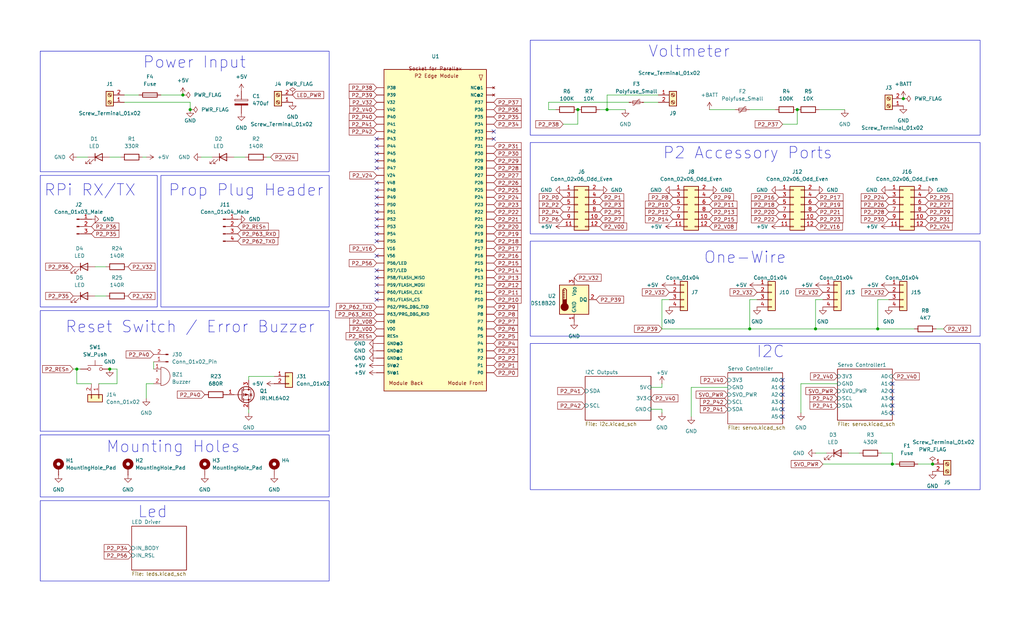
<source format=kicad_sch>
(kicad_sch (version 20231120) (generator "eeschema") (generator_version "8.0")
  (paper "USLegal")
  (title_block (title "P2 Kevinbot Board") (rev "A"))
  (junction (at 200.66 38.1))
  (junction (at 313.69 34.29))
  (junction (at 66.04 38.1))
  (junction (at 38.1 128.27))
  (junction (at 304.8 114.3))
  (junction (at 276.86 38.1))
  (junction (at 63.5 33.02))
  (junction (at 323.85 161.29))
  (junction (at 26.67 128.27))
  (junction (at 309.88 161.29))
  (junction (at 283.21 114.3))
  (junction (at 210.82 38.1))
  (junction (at 260.35 114.3))
  (no_connect (at 309.88 140.97))
  (no_connect (at 271.78 144.78))
  (no_connect (at 309.88 133.35))
  (no_connect (at 130.81 55.88))
  (no_connect (at 130.81 50.8))
  (no_connect (at 130.81 58.42))
  (no_connect (at 130.81 78.74))
  (no_connect (at 130.81 88.9))
  (no_connect (at 130.81 104.14))
  (no_connect (at 130.81 99.06))
  (no_connect (at 130.81 93.98))
  (no_connect (at 130.81 101.6))
  (no_connect (at 130.81 96.52))
  (no_connect (at 130.81 66.04))
  (no_connect (at 271.78 134.62))
  (no_connect (at 309.88 138.43))
  (no_connect (at 271.78 137.16))
  (no_connect (at 271.78 132.08))
  (no_connect (at 130.81 81.28))
  (no_connect (at 130.81 68.58))
  (no_connect (at 130.81 76.2))
  (no_connect (at 171.45 45.72))
  (no_connect (at 309.88 135.89))
  (no_connect (at 130.81 48.26))
  (no_connect (at 130.81 71.12))
  (no_connect (at 271.78 142.24))
  (no_connect (at 130.81 83.82))
  (no_connect (at 171.45 48.26))
  (no_connect (at 130.81 53.34))
  (no_connect (at 130.81 63.5))
  (no_connect (at 309.88 143.51))
  (no_connect (at 271.78 139.7))
  (no_connect (at 130.81 73.66))
  (wire (pts (xy 318.77 161.29) (xy 323.85 161.29)))
  (wire (pts (xy 294.64 157.48) (xy 298.45 157.48)))
  (wire (pts (xy 53.34 133.35) (xy 50.8 133.35)))
  (wire (pts (xy 276.86 43.18) (xy 276.86 38.1)))
  (wire (pts (xy 43.18 33.02) (xy 48.26 33.02)))
  (wire (pts (xy 208.28 38.1) (xy 210.82 38.1)))
  (wire (pts (xy 229.87 104.14) (xy 229.87 114.3)))
  (wire (pts (xy 66.04 35.56) (xy 66.04 38.1)))
  (wire (pts (xy 190.5 38.1) (xy 193.04 38.1)))
  (wire (pts (xy 200.66 43.18) (xy 200.66 38.1)))
  (wire (pts (xy 290.83 133.35) (xy 278.13 133.35)))
  (wire (pts (xy 283.21 114.3) (xy 283.21 104.14)))
  (wire (pts (xy 73.66 54.61) (xy 69.85 54.61)))
  (wire (pts (xy 50.8 54.61) (xy 49.53 54.61)))
  (wire (pts (xy 229.87 142.24) (xy 229.87 143.51)))
  (wire (pts (xy 33.02 102.87) (xy 36.83 102.87)))
  (wire (pts (xy 81.28 54.61) (xy 85.09 54.61)))
  (wire (pts (xy 327.66 114.3) (xy 325.12 114.3)))
  (wire (pts (xy 240.03 134.62) (xy 240.03 144.78)))
  (wire (pts (xy 232.41 104.14) (xy 229.87 104.14)))
  (wire (pts (xy 304.8 114.3) (xy 317.5 114.3)))
  (wire (pts (xy 26.67 133.35) (xy 26.67 128.27)))
  (wire (pts (xy 283.21 114.3) (xy 304.8 114.3)))
  (wire (pts (xy 190.5 35.56) (xy 190.5 38.1)))
  (wire (pts (xy 284.48 38.1) (xy 293.37 38.1)))
  (wire (pts (xy 38.1 54.61) (xy 41.91 54.61)))
  (wire (pts (xy 226.06 134.62) (xy 229.87 134.62)))
  (wire (pts (xy 30.48 54.61) (xy 26.67 54.61)))
  (wire (pts (xy 93.98 54.61) (xy 92.71 54.61)))
  (wire (pts (xy 260.35 114.3) (xy 260.35 104.14)))
  (wire (pts (xy 260.35 38.1) (xy 269.24 38.1)))
  (wire (pts (xy 50.8 133.35) (xy 50.8 138.43)))
  (wire (pts (xy 33.02 92.71) (xy 36.83 92.71)))
  (wire (pts (xy 55.88 33.02) (xy 63.5 33.02)))
  (wire (pts (xy 260.35 104.14) (xy 262.89 104.14)))
  (wire (pts (xy 34.29 133.35) (xy 40.64 133.35)))
  (wire (pts (xy 43.18 35.56) (xy 66.04 35.56)))
  (wire (pts (xy 283.21 104.14) (xy 285.75 104.14)))
  (wire (pts (xy 228.6 35.56) (xy 223.52 35.56)))
  (wire (pts (xy 218.44 35.56) (xy 190.5 35.56)))
  (wire (pts (xy 229.87 114.3) (xy 260.35 114.3)))
  (wire (pts (xy 278.13 133.35) (xy 278.13 143.51)))
  (wire (pts (xy 86.36 130.81) (xy 95.25 130.81)))
  (wire (pts (xy 285.75 161.29) (xy 309.88 161.29)))
  (wire (pts (xy 226.06 142.24) (xy 229.87 142.24)))
  (wire (pts (xy 31.75 133.35) (xy 26.67 133.35)))
  (wire (pts (xy 246.38 38.1) (xy 255.27 38.1)))
  (wire (pts (xy 210.82 38.1) (xy 217.17 38.1)))
  (wire (pts (xy 40.64 133.35) (xy 40.64 128.27)))
  (wire (pts (xy 304.8 104.14) (xy 308.61 104.14)))
  (wire (pts (xy 252.73 134.62) (xy 240.03 134.62)))
  (wire (pts (xy 260.35 114.3) (xy 283.21 114.3)))
  (wire (pts (xy 309.88 161.29) (xy 311.15 161.29)))
  (wire (pts (xy 86.36 132.08) (xy 86.36 130.81)))
  (wire (pts (xy 229.87 133.35) (xy 229.87 134.62)))
  (wire (pts (xy 25.4 128.27) (xy 26.67 128.27)))
  (wire (pts (xy 195.58 43.18) (xy 200.66 43.18)))
  (wire (pts (xy 309.88 157.48) (xy 309.88 161.29)))
  (wire (pts (xy 210.82 33.02) (xy 228.6 33.02)))
  (wire (pts (xy 304.8 114.3) (xy 304.8 104.14)))
  (wire (pts (xy 86.36 143.51) (xy 86.36 142.24)))
  (wire (pts (xy 287.02 157.48) (xy 283.21 157.48)))
  (wire (pts (xy 53.34 125.73) (xy 53.34 128.27)))
  (wire (pts (xy 210.82 33.02) (xy 210.82 38.1)))
  (wire (pts (xy 40.64 128.27) (xy 38.1 128.27)))
  (wire (pts (xy 271.78 43.18) (xy 276.86 43.18)))
  (wire (pts (xy 26.67 128.27) (xy 27.94 128.27)))
  (wire (pts (xy 306.07 157.48) (xy 309.88 157.48)))
  (rectangle (start 13.97 17.78) (end 114.3 59.69))
  (rectangle (start 13.97 107.95) (end 114.3 149.86))
  (rectangle (start 13.97 173.99) (end 114.3 201.93))
  (rectangle (start 184.15 49.53) (end 340.36 81.28))
  (rectangle (start 55.88 60.96) (end 114.3 106.68))
  (rectangle (start 13.97 60.96) (end 54.61 106.68))
  (rectangle (start 13.97 151.13) (end 114.3 172.72))
  (rectangle (start 184.15 13.97) (end 340.36 46.99))
  (rectangle (start 184.15 119.38) (end 340.36 170.18))
  (rectangle (start 184.15 83.82) (end 340.36 116.84))
  (text "Prop Plug Header" (at 58.42 68.58 0) (effects (font (size 4 4)) (justify left bottom)))
  (text "Led" (at 47.752 180.34 0) (effects (font (size 4 4)) (justify left bottom)))
  (text "Power Input" (at 49.53 24.13 0) (effects (font (size 4 4)) (justify left bottom)))
  (text "Voltmeter" (at 225.044 20.32 0) (effects (font (size 4 4)) (justify left bottom)))
  (text "Reset Switch / Error Buzzer" (at 22.606 116.078 0) (effects (font (size 4 4)) (justify left bottom)))
  (text "I2C" (at 262.636 124.714 0) (effects (font (size 4 4)) (justify left bottom)))
  (text "P2 Accessory Ports" (at 230.124 55.626 0) (effects (font (size 4 4)) (justify left bottom)))
  (text "RPi RX/TX" (at 15.24 68.58 0) (effects (font (size 4 4)) (justify left bottom)))
  (text "One-Wire" (at 244.348 91.948 0) (effects (font (size 4 4)) (justify left bottom)))
  (text "Mounting Holes" (at 36.83 157.734 0) (effects (font (size 4 4)) (justify left bottom)))
  (global_label "P2_V08" (shape input) (at 130.81 111.76 180) (property "Intersheetrefs" "${INTERSHEET_REFS}" (effects (hide yes))))
  (global_label "P2_P35" (shape input) (at 171.45 40.64 0) (property "Intersheetrefs" "${INTERSHEET_REFS}" (effects (hide yes))))
  (global_label "P2_P17" (shape input) (at 171.45 86.36 0) (property "Intersheetrefs" "${INTERSHEET_REFS}" (effects (hide yes))))
  (global_label "P2_P14" (shape input) (at 171.45 93.98 0) (property "Intersheetrefs" "${INTERSHEET_REFS}" (effects (hide yes))))
  (global_label "P2_P1" (shape input) (at 171.45 127 0) (property "Intersheetrefs" "${INTERSHEET_REFS}" (effects (hide yes))))
  (global_label "P2_P35" (shape input) (at 25.4 102.87 180) (property "Intersheetrefs" "${INTERSHEET_REFS}" (effects (hide yes))))
  (global_label "P2_V08" (shape input) (at 246.38 78.74 0) (property "Intersheetrefs" "${INTERSHEET_REFS}" (effects (hide yes))))
  (global_label "P2_P2" (shape input) (at 171.45 124.46 0) (property "Intersheetrefs" "${INTERSHEET_REFS}" (effects (hide yes))))
  (global_label "P2_P11" (shape input) (at 171.45 101.6 0) (property "Intersheetrefs" "${INTERSHEET_REFS}" (effects (hide yes))))
  (global_label "P2_P9" (shape input) (at 171.45 106.68 0) (property "Intersheetrefs" "${INTERSHEET_REFS}" (effects (hide yes))))
  (global_label "P2_P38" (shape input) (at 195.58 43.18 180) (property "Intersheetrefs" "${INTERSHEET_REFS}" (effects (hide yes))))
  (global_label "P2_P10" (shape input) (at 171.45 104.14 0) (property "Intersheetrefs" "${INTERSHEET_REFS}" (effects (hide yes))))
  (global_label "P2_P39" (shape input) (at 229.87 114.3 180) (property "Intersheetrefs" "${INTERSHEET_REFS}" (effects (hide yes))))
  (global_label "P2_P23" (shape input) (at 171.45 71.12 0) (property "Intersheetrefs" "${INTERSHEET_REFS}" (effects (hide yes))))
  (global_label "P2_P14" (shape input) (at 233.68 76.2 180) (property "Intersheetrefs" "${INTERSHEET_REFS}" (effects (hide yes))))
  (global_label "SVO_PWR" (shape input) (at 285.75 161.29 180) (property "Intersheetrefs" "${INTERSHEET_REFS}" (effects (hide yes))))
  (global_label "P2_P36" (shape input) (at 171.45 38.1 0) (property "Intersheetrefs" "${INTERSHEET_REFS}" (effects (hide yes))))
  (global_label "P2_V16" (shape input) (at 130.81 86.36 180) (property "Intersheetrefs" "${INTERSHEET_REFS}" (effects (hide yes))))
  (global_label "P2_P36" (shape input) (at 25.4 92.71 180) (property "Intersheetrefs" "${INTERSHEET_REFS}" (effects (hide yes))))
  (global_label "P2_P31" (shape input) (at 171.45 50.8 0) (property "Intersheetrefs" "${INTERSHEET_REFS}" (effects (hide yes))))
  (global_label "P2_P62_TXD" (shape input) (at 130.81 106.68 180) (property "Intersheetrefs" "${INTERSHEET_REFS}" (effects (hide yes))))
  (global_label "P2_P37" (shape input) (at 271.78 43.18 180) (property "Intersheetrefs" "${INTERSHEET_REFS}" (effects (hide yes))))
  (global_label "P2_P30" (shape input) (at 308.61 76.2 180) (property "Intersheetrefs" "${INTERSHEET_REFS}" (effects (hide yes))))
  (global_label "P2_P37" (shape input) (at 171.45 35.56 0) (property "Intersheetrefs" "${INTERSHEET_REFS}" (effects (hide yes))))
  (global_label "P2_V32" (shape input) (at 308.61 101.6 180) (property "Intersheetrefs" "${INTERSHEET_REFS}" (effects (hide yes))))
  (global_label "P2_V32" (shape input) (at 130.81 35.56 180) (property "Intersheetrefs" "${INTERSHEET_REFS}" (effects (hide yes))))
  (global_label "P2_P39" (shape input) (at 207.01 104.14 0) (property "Intersheetrefs" "${INTERSHEET_REFS}" (effects (hide yes))))
  (global_label "P2_P35" (shape input) (at 31.75 81.28 0) (property "Intersheetrefs" "${INTERSHEET_REFS}" (effects (hide yes))))
  (global_label "P2_P38" (shape input) (at 130.81 30.48 180) (property "Intersheetrefs" "${INTERSHEET_REFS}" (effects (hide yes))))
  (global_label "P2_P26" (shape input) (at 308.61 71.12 180) (property "Intersheetrefs" "${INTERSHEET_REFS}" (effects (hide yes))))
  (global_label "P2_P19" (shape input) (at 283.21 71.12 0) (property "Intersheetrefs" "${INTERSHEET_REFS}" (effects (hide yes))))
  (global_label "P2_P15" (shape input) (at 246.38 76.2 0) (property "Intersheetrefs" "${INTERSHEET_REFS}" (effects (hide yes))))
  (global_label "P2_P40" (shape input) (at 71.12 137.16 180) (property "Intersheetrefs" "${INTERSHEET_REFS}" (effects (hide yes))))
  (global_label "P2_V40" (shape input) (at 130.81 38.1 180) (property "Intersheetrefs" "${INTERSHEET_REFS}" (effects (hide yes))))
  (global_label "P2_P0" (shape input) (at 195.58 68.58 180) (property "Intersheetrefs" "${INTERSHEET_REFS}" (effects (hide yes))))
  (global_label "P2_V32" (shape input) (at 262.89 101.6 180) (property "Intersheetrefs" "${INTERSHEET_REFS}" (effects (hide yes))))
  (global_label "P2_P21" (shape input) (at 171.45 76.2 0) (property "Intersheetrefs" "${INTERSHEET_REFS}" (effects (hide yes))))
  (global_label "P2_V32" (shape input) (at 199.39 96.52 0) (property "Intersheetrefs" "${INTERSHEET_REFS}" (effects (hide yes))))
  (global_label "P2_V32" (shape input) (at 44.45 92.71 0) (property "Intersheetrefs" "${INTERSHEET_REFS}" (effects (hide yes))))
  (global_label "P2_V24" (shape input) (at 93.98 54.61 0) (property "Intersheetrefs" "${INTERSHEET_REFS}" (effects (hide yes))))
  (global_label "P2_P36" (shape input) (at 31.75 78.74 0) (property "Intersheetrefs" "${INTERSHEET_REFS}" (effects (hide yes))))
  (global_label "P2_V24" (shape input) (at 130.81 60.96 180) (property "Intersheetrefs" "${INTERSHEET_REFS}" (effects (hide yes))))
  (global_label "P2_P13" (shape input) (at 171.45 96.52 0) (property "Intersheetrefs" "${INTERSHEET_REFS}" (effects (hide yes))))
  (global_label "P2_P4" (shape input) (at 195.58 73.66 180) (property "Intersheetrefs" "${INTERSHEET_REFS}" (effects (hide yes))))
  (global_label "P2_P5" (shape input) (at 208.28 73.66 0) (property "Intersheetrefs" "${INTERSHEET_REFS}" (effects (hide yes))))
  (global_label "P2_V32" (shape input) (at 232.41 101.6 180) (property "Intersheetrefs" "${INTERSHEET_REFS}" (effects (hide yes))))
  (global_label "P2_P23" (shape input) (at 283.21 76.2 0) (property "Intersheetrefs" "${INTERSHEET_REFS}" (effects (hide yes))))
  (global_label "P2_P17" (shape input) (at 283.21 68.58 0) (property "Intersheetrefs" "${INTERSHEET_REFS}" (effects (hide yes))))
  (global_label "P2_P7" (shape input) (at 171.45 111.76 0) (property "Intersheetrefs" "${INTERSHEET_REFS}" (effects (hide yes))))
  (global_label "P2_P42" (shape input) (at 203.2 140.97 180) (property "Intersheetrefs" "${INTERSHEET_REFS}" (effects (hide yes))))
  (global_label "P2_P4" (shape input) (at 171.45 119.38 0) (property "Intersheetrefs" "${INTERSHEET_REFS}" (effects (hide yes))))
  (global_label "P2_P63_RXD" (shape input) (at 130.81 109.22 180) (property "Intersheetrefs" "${INTERSHEET_REFS}" (effects (hide yes))))
  (global_label "P2_RESn" (shape input) (at 130.81 116.84 180) (property "Intersheetrefs" "${INTERSHEET_REFS}" (effects (hide yes))))
  (global_label "P2_P16" (shape input) (at 270.51 68.58 180) (property "Intersheetrefs" "${INTERSHEET_REFS}" (effects (hide yes))))
  (global_label "P2_P16" (shape input) (at 171.45 88.9 0) (property "Intersheetrefs" "${INTERSHEET_REFS}" (effects (hide yes))))
  (global_label "P2_P3" (shape input) (at 171.45 121.92 0) (property "Intersheetrefs" "${INTERSHEET_REFS}" (effects (hide yes))))
  (global_label "P2_P27" (shape input) (at 321.31 71.12 0) (property "Intersheetrefs" "${INTERSHEET_REFS}" (effects (hide yes))))
  (global_label "P2_P25" (shape input) (at 171.45 66.04 0) (property "Intersheetrefs" "${INTERSHEET_REFS}" (effects (hide yes))))
  (global_label "P2_V40" (shape input) (at 290.83 130.81 180) (property "Intersheetrefs" "${INTERSHEET_REFS}" (effects (hide yes))))
  (global_label "P2_P11" (shape input) (at 246.38 71.12 0) (property "Intersheetrefs" "${INTERSHEET_REFS}" (effects (hide yes))))
  (global_label "P2_P41" (shape input) (at 130.81 43.18 180) (property "Intersheetrefs" "${INTERSHEET_REFS}" (effects (hide yes))))
  (global_label "P2_P21" (shape input) (at 283.21 73.66 0) (property "Intersheetrefs" "${INTERSHEET_REFS}" (effects (hide yes))))
  (global_label "P2_P26" (shape input) (at 171.45 63.5 0) (property "Intersheetrefs" "${INTERSHEET_REFS}" (effects (hide yes))))
  (global_label "P2_P28" (shape input) (at 171.45 58.42 0) (property "Intersheetrefs" "${INTERSHEET_REFS}" (effects (hide yes))))
  (global_label "P2_P41" (shape input) (at 203.2 135.89 180) (property "Intersheetrefs" "${INTERSHEET_REFS}" (effects (hide yes))))
  (global_label "P2_P62_TXD" (shape input) (at 82.55 83.82 0) (property "Intersheetrefs" "${INTERSHEET_REFS}" (effects (hide yes))))
  (global_label "P2_P6" (shape input) (at 195.58 76.2 180) (property "Intersheetrefs" "${INTERSHEET_REFS}" (effects (hide yes))))
  (global_label "P2_P22" (shape input) (at 270.51 76.2 180) (property "Intersheetrefs" "${INTERSHEET_REFS}" (effects (hide yes))))
  (global_label "P2_P42" (shape input) (at 252.73 139.7 180) (property "Intersheetrefs" "${INTERSHEET_REFS}" (effects (hide yes))))
  (global_label "P2_P3" (shape input) (at 208.28 71.12 0) (property "Intersheetrefs" "${INTERSHEET_REFS}" (effects (hide yes))))
  (global_label "P2_V40" (shape input) (at 226.06 138.43 0) (property "Intersheetrefs" "${INTERSHEET_REFS}" (effects (hide yes))))
  (global_label "P2_P31" (shape input) (at 321.31 76.2 0) (property "Intersheetrefs" "${INTERSHEET_REFS}" (effects (hide yes))))
  (global_label "SVO_PWR" (shape input) (at 290.83 135.89 180) (property "Intersheetrefs" "${INTERSHEET_REFS}" (effects (hide yes))))
  (global_label "P2_V32" (shape input) (at 285.75 101.6 180) (property "Intersheetrefs" "${INTERSHEET_REFS}" (effects (hide yes))))
  (global_label "P2_P18" (shape input) (at 270.51 71.12 180) (property "Intersheetrefs" "${INTERSHEET_REFS}" (effects (hide yes))))
  (global_label "P2_P19" (shape input) (at 171.45 81.28 0) (property "Intersheetrefs" "${INTERSHEET_REFS}" (effects (hide yes))))
  (global_label "P2_V40" (shape input) (at 252.73 132.08 180) (property "Intersheetrefs" "${INTERSHEET_REFS}" (effects (hide yes))))
  (global_label "P2_V00" (shape input) (at 208.28 78.74 0) (property "Intersheetrefs" "${INTERSHEET_REFS}" (effects (hide yes))))
  (global_label "P2_P10" (shape input) (at 233.68 71.12 180) (property "Intersheetrefs" "${INTERSHEET_REFS}" (effects (hide yes))))
  (global_label "P2_P15" (shape input) (at 171.45 91.44 0) (property "Intersheetrefs" "${INTERSHEET_REFS}" (effects (hide yes))))
  (global_label "P2_P56" (shape input) (at 130.81 91.44 180) (property "Intersheetrefs" "${INTERSHEET_REFS}" (effects (hide yes))))
  (global_label "P2_P22" (shape input) (at 171.45 73.66 0) (property "Intersheetrefs" "${INTERSHEET_REFS}" (effects (hide yes))))
  (global_label "P2_P2" (shape input) (at 195.58 71.12 180) (property "Intersheetrefs" "${INTERSHEET_REFS}" (effects (hide yes))))
  (global_label "P2_RESn" (shape input) (at 25.4 128.27 180) (property "Intersheetrefs" "${INTERSHEET_REFS}" (effects (hide yes))))
  (global_label "P2_P42" (shape input) (at 130.81 45.72 180) (property "Intersheetrefs" "${INTERSHEET_REFS}" (effects (hide yes))))
  (global_label "P2_P30" (shape input) (at 171.45 53.34 0) (property "Intersheetrefs" "${INTERSHEET_REFS}" (effects (hide yes))))
  (global_label "P2_V24" (shape input) (at 321.31 78.74 0) (property "Intersheetrefs" "${INTERSHEET_REFS}" (effects (hide yes))))
  (global_label "P2_P0" (shape input) (at 171.45 129.54 0) (property "Intersheetrefs" "${INTERSHEET_REFS}" (effects (hide yes))))
  (global_label "P2_P8" (shape input) (at 171.45 109.22 0) (property "Intersheetrefs" "${INTERSHEET_REFS}" (effects (hide yes))))
  (global_label "P2_P40" (shape input) (at 130.81 40.64 180) (property "Intersheetrefs" "${INTERSHEET_REFS}" (effects (hide yes))))
  (global_label "P2_P41" (shape input) (at 252.73 142.24 180) (property "Intersheetrefs" "${INTERSHEET_REFS}" (effects (hide yes))))
  (global_label "P2_P8" (shape input) (at 233.68 68.58 180) (property "Intersheetrefs" "${INTERSHEET_REFS}" (effects (hide yes))))
  (global_label "P2_P6" (shape input) (at 171.45 114.3 0) (property "Intersheetrefs" "${INTERSHEET_REFS}" (effects (hide yes))))
  (global_label "P2_P29" (shape input) (at 171.45 55.88 0) (property "Intersheetrefs" "${INTERSHEET_REFS}" (effects (hide yes))))
  (global_label "P2_P29" (shape input) (at 321.31 73.66 0) (property "Intersheetrefs" "${INTERSHEET_REFS}" (effects (hide yes))))
  (global_label "P2_P34" (shape input) (at 171.45 43.18 0) (property "Intersheetrefs" "${INTERSHEET_REFS}" (effects (hide yes))))
  (global_label "P2_P56" (shape input) (at 45.72 193.04 180) (property "Intersheetrefs" "${INTERSHEET_REFS}" (effects (hide yes))))
  (global_label "P2_P1" (shape input) (at 208.28 68.58 0) (property "Intersheetrefs" "${INTERSHEET_REFS}" (effects (hide yes))))
  (global_label "P2_P12" (shape input) (at 233.68 73.66 180) (property "Intersheetrefs" "${INTERSHEET_REFS}" (effects (hide yes))))
  (global_label "P2_P20" (shape input) (at 171.45 78.74 0) (property "Intersheetrefs" "${INTERSHEET_REFS}" (effects (hide yes))))
  (global_label "P2_P41" (shape input) (at 290.83 140.97 180) (property "Intersheetrefs" "${INTERSHEET_REFS}" (effects (hide yes))))
  (global_label "P2_P18" (shape input) (at 171.45 83.82 0) (property "Intersheetrefs" "${INTERSHEET_REFS}" (effects (hide yes))))
  (global_label "P2_P63_RXD" (shape input) (at 82.55 81.28 0) (property "Intersheetrefs" "${INTERSHEET_REFS}" (effects (hide yes))))
  (global_label "LED_PWR" (shape input) (at 101.6 33.02 0) (property "Intersheetrefs" "${INTERSHEET_REFS}" (effects (hide yes))))
  (global_label "P2_P7" (shape input) (at 208.28 76.2 0) (property "Intersheetrefs" "${INTERSHEET_REFS}" (effects (hide yes))))
  (global_label "SVO_PWR" (shape input) (at 252.73 137.16 180) (property "Intersheetrefs" "${INTERSHEET_REFS}" (effects (hide yes))))
  (global_label "P2_P24" (shape input) (at 308.61 68.58 180) (property "Intersheetrefs" "${INTERSHEET_REFS}" (effects (hide yes))))
  (global_label "P2_P34" (shape input) (at 45.72 190.5 180) (property "Intersheetrefs" "${INTERSHEET_REFS}" (effects (hide yes))))
  (global_label "P2_P20" (shape input) (at 270.51 73.66 180) (property "Intersheetrefs" "${INTERSHEET_REFS}" (effects (hide yes))))
  (global_label "P2_P42" (shape input) (at 290.83 138.43 180) (property "Intersheetrefs" "${INTERSHEET_REFS}" (effects (hide yes))))
  (global_label "P2_P27" (shape input) (at 171.45 60.96 0) (property "Intersheetrefs" "${INTERSHEET_REFS}" (effects (hide yes))))
  (global_label "P2_V32" (shape input) (at 327.66 114.3 0) (property "Intersheetrefs" "${INTERSHEET_REFS}" (effects (hide yes))))
  (global_label "P2_V16" (shape input) (at 283.21 78.74 0) (property "Intersheetrefs" "${INTERSHEET_REFS}" (effects (hide yes))))
  (global_label "P2_P5" (shape input) (at 171.45 116.84 0) (property "Intersheetrefs" "${INTERSHEET_REFS}" (effects (hide yes))))
  (global_label "P2_V00" (shape input) (at 130.81 114.3 180) (property "Intersheetrefs" "${INTERSHEET_REFS}" (effects (hide yes))))
  (global_label "P2_P24" (shape input) (at 171.45 68.58 0) (property "Intersheetrefs" "${INTERSHEET_REFS}" (effects (hide yes))))
  (global_label "P2_P40" (shape input) (at 53.34 123.19 180) (property "Intersheetrefs" "${INTERSHEET_REFS}" (effects (hide yes))))
  (global_label "P2_P25" (shape input) (at 321.31 68.58 0) (property "Intersheetrefs" "${INTERSHEET_REFS}" (effects (hide yes))))
  (global_label "P2_RESn" (shape input) (at 82.55 78.74 0) (property "Intersheetrefs" "${INTERSHEET_REFS}" (effects (hide yes))))
  (global_label "P2_P12" (shape input) (at 171.45 99.06 0) (property "Intersheetrefs" "${INTERSHEET_REFS}" (effects (hide yes))))
  (global_label "P2_V40" (shape input) (at 309.88 130.81 0) (property "Intersheetrefs" "${INTERSHEET_REFS}" (effects (hide yes))))
  (global_label "P2_P39" (shape input) (at 130.81 33.02 180) (property "Intersheetrefs" "${INTERSHEET_REFS}" (effects (hide yes))))
  (global_label "P2_P13" (shape input) (at 246.38 73.66 0) (property "Intersheetrefs" "${INTERSHEET_REFS}" (effects (hide yes))))
  (global_label "P2_P28" (shape input) (at 308.61 73.66 180) (property "Intersheetrefs" "${INTERSHEET_REFS}" (effects (hide yes))))
  (global_label "P2_V32" (shape input) (at 44.45 102.87 0) (property "Intersheetrefs" "${INTERSHEET_REFS}" (effects (hide yes))))
  (global_label "P2_P9" (shape input) (at 246.38 68.58 0) (property "Intersheetrefs" "${INTERSHEET_REFS}" (effects (hide yes))))
  (symbol (lib_id "power:GND") (at 293.37 38.1 0) (unit 1)
    (property "Reference" "#PWR031" (effects (hide yes)))
    (property "Value" "GND" (at 293.37 43.18 0))
    (property "Description" "Power symbol creates a global label with name \"GND\" , ground" (effects (hide yes)))
  )
  (symbol (lib_id "power:GND") (at 50.8 138.43 0) (unit 1)
    (property "Reference" "#PWR053" (effects (hide yes)))
    (property "Value" "GND" (at 50.8 143.51 0))
    (property "Description" "Power symbol creates a global label with name \"GND\" , ground" (effects (hide yes)))
  )
  (symbol (lib_id "power:+5V") (at 63.5 33.02 0) (unit 1)
    (property "Reference" "#PWR03" (effects (hide yes)))
    (property "Value" "+5V" (at 63.5 27.94 0))
    (property "Description" "Power symbol creates a global label with name \"+5V\"" (effects (hide yes)))
  )
  (symbol (lib_id "power:PWR_FLAG") (at 63.5 33.02 270) (unit 1)
    (property "Reference" "#FLG01" (effects (hide yes)))
    (property "Value" "PWR_FLAG" (at 67.31 33.0199 90) (effects (justify left)))
    (property "Description" "Special symbol for telling ERC where power comes from" (effects (hide yes)))
  )
  (symbol (lib_id "Connector:Conn_01x03_Pin") (at 26.67 78.74 0) (unit 1) (exclude_from_sim yes)
    (property "Reference" "J2" (at 27.305 71.12 0))
    (property "Value" "Conn_01x03_Male" (at 27.305 73.66 0))
    (property "Footprint" "Connector_JST:JST_XH_B3B-XH-A_1x03_P2.50mm_Vertical" (effects (hide yes)))
    (property "Datasheet" "https://www.jst-mfg.com/product/pdf/eng/eXH.pdf" (effects (hide yes)))
    (property "Description" "Generic connector, single row, 01x03, script generated" (effects (hide yes)))
    (property "Part Number" "B3B-XH-A" (effects (hide yes)))
  )
  (symbol (lib_id "Connector_Generic:Conn_01x02") (at 100.33 130.81 0) (unit 1) (exclude_from_sim yes)
    (property "Reference" "J31" (at 102.87 130.8099 0) (effects (justify left)))
    (property "Value" "Conn_01x02" (at 102.87 133.3499 0) (effects (justify left)))
    (property "Footprint" "Connector_JST:JST_XH_B2B-XH-A_1x02_P2.50mm_Vertical" (effects (hide yes)))
    (property "Datasheet" "https://www.jst-mfg.com/product/pdf/eng/eXH.pdf" (effects (hide yes)))
    (property "Description" "Generic connector, single row, 01x02, script generated (kicad-library-utils/schlib/autogen/connector/)" (effects (hide yes)))
    (property "Part Number" "B2B-XH-A" (effects (hide yes)))
  )
  (symbol (lib_id "power:GND") (at 69.85 54.61 270) (unit 1)
    (property "Reference" "#PWR013" (effects (hide yes)))
    (property "Value" "GND" (at 66.04 54.6099 90) (effects (justify right)))
    (property "Description" "Power symbol creates a global label with name \"GND\" , ground" (effects (hide yes)))
  )
  (symbol (lib_id "Sensor_Temperature:DS18B20") (at 199.39 104.14 0) (unit 1) (exclude_from_sim yes)
    (property "Reference" "U2" (at 193.04 102.8699 0) (effects (justify right)))
    (property "Value" "DS18B20" (at 193.04 105.4099 0) (effects (justify right)))
    (property "Footprint" "Package_TO_SOT_THT:TO-92_Inline_Wide" (effects (hide yes)))
    (property "Datasheet" "https://www.analog.com/media/en/technical-documentation/data-sheets/ds18b20.pdf" (effects (hide yes)))
    (property "Description" "Programmable Resolution 1-Wire Digital Thermometer TO-92" (effects (hide yes)))
    (property "Part Number" "DS18B20+" (effects (hide yes)))
  )
  (symbol (lib_id "power:GND") (at 38.1 128.27 0) (unit 1)
    (property "Reference" "#PWR048" (effects (hide yes)))
    (property "Value" "GND" (at 38.1 125.73 0))
    (property "Description" "Power symbol creates a global label with name \"GND\" , ground" (effects (hide yes)))
  )
  (symbol (lib_id "Connector:Conn_01x02_Pin") (at 58.42 125.73 180) (unit 1) (exclude_from_sim yes)
    (property "Reference" "J30" (at 59.69 123.1899 0) (effects (justify right)))
    (property "Value" "Conn_01x02_Pin" (at 59.69 125.7299 0) (effects (justify right)))
    (property "Footprint" "Connector_PinHeader_2.54mm:PinHeader_1x02_P2.54mm_Vertical" (effects (hide yes)))
    (property "Datasheet" "https://cdn.amphenol-cs.com/media/wysiwyg/files/documentation/datasheet/boardwiretoboard/bwb_btb_254_g800.pdf?__cf_chl_jschl_tk__=4e886f12bfab7e39b45ebaa24bc16fa8ea8da833-1611873833-0-ARy4IaeOcjWlirDtXx0g_iE7oMCfIydcHLVJmdtxLjAPksbE5ymNwat1iJmz4KGNqkkTTh" (effects (hide yes)))
    (property "Description" "Generic connector, single row, 01x02, script generated" (effects (hide yes)))
    (property "Part Number" "G800W306018EU" (effects (hide yes)))
  )
  (symbol (lib_id "Connector_Generic:Conn_01x04") (at 313.69 101.6 0) (unit 1) (exclude_from_sim yes)
    (property "Reference" "J15" (at 316.23 101.5999 0) (effects (justify left)))
    (property "Value" "Conn_01x04" (at 307.34 96.52 0) (effects (justify left)))
    (property "Footprint" "Connector_JST:JST_XH_B4B-XH-A_1x04_P2.50mm_Vertical" (effects (hide yes)))
    (property "Datasheet" "https://www.jst-mfg.com/product/pdf/eng/eXH.pdf" (effects (hide yes)))
    (property "Description" "Generic connector, single row, 01x04, script generated (kicad-library-utils/schlib/autogen/connector/)" (effects (hide yes)))
    (property "Part Number" "B4B-XH-A" (effects (hide yes)))
  )
  (symbol (lib_id "power:GND") (at 82.55 76.2 90) (unit 1)
    (property "Reference" "#PWR046" (effects (hide yes)))
    (property "Value" "GND" (at 86.36 76.1999 90) (effects (justify right)))
    (property "Description" "Power symbol creates a global label with name \"GND\" , ground" (effects (hide yes)))
  )
  (symbol (lib_id "Device:R") (at 40.64 92.71 90) (unit 1)
    (property "Reference" "R24" (at 40.64 86.36 90))
    (property "Value" "140R" (at 40.64 88.9 90))
    (property "Footprint" "Resistor_SMD:R_0805_2012Metric" (effects (hide yes)))
    (property "Description" "Resistor" (effects (hide yes)))
    (property "Part Number" "RC0805FR-07140RL" (effects (hide yes)))
  )
  (symbol (lib_id "power:GND") (at 285.75 106.68 0) (unit 1)
    (property "Reference" "#PWR045" (effects (hide yes)))
    (property "Value" "GND" (at 285.75 111.76 0))
    (property "Description" "Power symbol creates a global label with name \"GND\" , ground" (effects (hide yes)))
  )
  (symbol (lib_id "power:GND") (at 278.13 143.51 0) (unit 1)
    (property "Reference" "#PWR020" (effects (hide yes)))
    (property "Value" "GND" (at 278.13 148.59 0))
    (property "Description" "Power symbol creates a global label with name \"GND\" , ground" (effects (hide yes)))
  )
  (symbol (lib_id "power:+5V") (at 229.87 133.35 0) (unit 1)
    (property "Reference" "#PWR08" (effects (hide yes)))
    (property "Value" "+5V" (at 229.87 129.54 0))
    (property "Description" "Power symbol creates a global label with name \"+5V\"" (effects (hide yes)))
  )
  (symbol (lib_id "power:+BATT") (at 313.69 34.29 0) (unit 1)
    (property "Reference" "#PWR010" (effects (hide yes)))
    (property "Value" "+BATT" (at 313.69 29.21 0))
    (property "Description" "Power symbol creates a global label with name \"+BATT\"" (effects (hide yes)))
  )
  (symbol (lib_id "power:PWR_FLAG") (at 66.04 38.1 270) (unit 1)
    (property "Reference" "#FLG02" (effects (hide yes)))
    (property "Value" "PWR_FLAG" (at 69.85 38.0999 90) (effects (justify left)))
    (property "Description" "Special symbol for telling ERC where power comes from" (effects (hide yes)))
  )
  (symbol (lib_id "Device:Buzzer") (at 55.88 130.81 0) (unit 1) (exclude_from_sim yes)
    (property "Reference" "BZ1" (at 59.69 130.175 0) (effects (justify left)))
    (property "Value" "Buzzer" (at 59.69 132.715 0) (effects (justify left)))
    (property "Footprint" "Buzzer_Beeper:Buzzer_TDK_PS1240P02BT_D12.2mm_H6.5mm" (effects (hide yes)))
    (property "Datasheet" "https://product.tdk.com/en/system/files?file=dam/doc/product/sw_piezo/sw_piezo/piezo-buzzer/catalog/piezoelectronic_buzzer_ps_en.pdf" (effects (hide yes)))
    (property "Description" "Buzzer, polarized" (effects (hide yes)))
    (property "Part Number" "PS1240P02BT" (effects (hide yes)))
  )
  (symbol (lib_id "Connector_Generic:Conn_01x04") (at 267.97 101.6 0) (unit 1) (exclude_from_sim yes)
    (property "Reference" "J10" (at 270.51 101.5999 0) (effects (justify left)))
    (property "Value" "Conn_01x04" (at 261.62 96.52 0) (effects (justify left)))
    (property "Footprint" "Connector_JST:JST_XH_B4B-XH-A_1x04_P2.50mm_Vertical" (effects (hide yes)))
    (property "Datasheet" "https://www.jst-mfg.com/product/pdf/eng/eXH.pdf" (effects (hide yes)))
    (property "Description" "Generic connector, single row, 01x04, script generated (kicad-library-utils/schlib/autogen/connector/)" (effects (hide yes)))
    (property "Part Number" "B4B-XH-A" (effects (hide yes)))
  )
  (symbol (lib_id "power:+5V") (at 50.8 54.61 270) (unit 1)
    (property "Reference" "#PWR07" (effects (hide yes)))
    (property "Value" "+5V" (at 54.61 54.6099 90) (effects (justify left)))
    (property "Description" "Power symbol creates a global label with name \"+5V\"" (effects (hide yes)))
  )
  (symbol (lib_id "power:GND") (at 130.81 119.38 270) (unit 1)
    (property "Reference" "#PWR021" (effects (hide yes)))
    (property "Value" "GND" (at 127 119.3799 90) (effects (justify right)))
    (property "Description" "Power symbol creates a global label with name \"GND\" , ground" (effects (hide yes)))
  )
  (symbol (lib_id "power:GND") (at 240.03 144.78 0) (unit 1)
    (property "Reference" "#PWR012" (effects (hide yes)))
    (property "Value" "GND" (at 240.03 149.86 0))
    (property "Description" "Power symbol creates a global label with name \"GND\" , ground" (effects (hide yes)))
  )
  (symbol (lib_id "Device:R") (at 88.9 54.61 90) (unit 1)
    (property "Reference" "R2" (at 88.9 48.26 90))
    (property "Value" "140R" (at 88.9 50.8 90))
    (property "Footprint" "Resistor_SMD:R_0805_2012Metric" (effects (hide yes)))
    (property "Description" "Resistor" (effects (hide yes)))
    (property "Part Number" "RC0805FR-07140RL" (effects (hide yes)))
  )
  (symbol (lib_id "power:PWR_FLAG") (at 323.85 161.29 0) (unit 1)
    (property "Reference" "#FLG05" (effects (hide yes)))
    (property "Value" "PWR_FLAG" (at 323.85 156.21 0))
    (property "Description" "Special symbol for telling ERC where power comes from" (effects (hide yes)))
  )
  (symbol (lib_id "Device:LED") (at 29.21 92.71 0) (unit 1)
    (property "Reference" "D4" (at 27.6225 86.36 0))
    (property "Value" "LED" (at 27.6225 88.9 0))
    (property "Footprint" "LED_SMD:LED_0805_2012Metric" (effects (hide yes)))
    (property "Datasheet" "https://www.we-online.com/katalog/datasheet/150080SS75000.pdf" (effects (hide yes)))
    (property "Description" "Light emitting diode" (effects (hide yes)))
    (property "Color" "RED" (effects (hide yes)))
    (property "Part Number" "150080SS75000" (effects (hide yes)))
    (property "Sim.Device" "D" (effects (hide yes)))
    (property "Sim.Pins" "1=A 2=K" (effects (hide yes)))
  )
  (symbol (lib_id "power:GND") (at 217.17 38.1 0) (unit 1)
    (property "Reference" "#PWR038" (effects (hide yes)))
    (property "Value" "GND" (at 217.17 43.18 0))
    (property "Description" "Power symbol creates a global label with name \"GND\" , ground" (effects (hide yes)))
  )
  (symbol (lib_id "Device:LED") (at 77.47 54.61 0) (unit 1)
    (property "Reference" "D2" (at 75.8825 48.26 0))
    (property "Value" "LED" (at 75.8825 50.8 0))
    (property "Footprint" "LED_SMD:LED_0805_2012Metric" (effects (hide yes)))
    (property "Datasheet" "https://www.we-online.com/katalog/datasheet/150080SS75000.pdf" (effects (hide yes)))
    (property "Description" "Light emitting diode" (effects (hide yes)))
    (property "Color" "RED" (effects (hide yes)))
    (property "Part Number" "150080SS75000" (effects (hide yes)))
    (property "Sim.Device" "D" (effects (hide yes)))
    (property "Sim.Pins" "1=A 2=K" (effects (hide yes)))
  )
  (symbol (lib_id "power:GND") (at 66.04 38.1 0) (unit 1)
    (property "Reference" "#PWR04" (effects (hide yes)))
    (property "Value" "GND" (at 66.04 41.91 0))
    (property "Description" "Power symbol creates a global label with name \"GND\" , ground" (effects (hide yes)))
  )
  (symbol (lib_id "power:+5V") (at 232.41 99.06 90) (unit 1)
    (property "Reference" "#PWR034" (effects (hide yes)))
    (property "Value" "+5V" (at 228.6 99.0599 90) (effects (justify left)))
    (property "Description" "Power symbol creates a global label with name \"+5V\"" (effects (hide yes)))
  )
  (symbol (lib_id "Connector_Generic:Conn_01x04") (at 237.49 101.6 0) (unit 1) (exclude_from_sim yes)
    (property "Reference" "J7" (at 240.03 101.5999 0) (effects (justify left)))
    (property "Value" "Conn_01x04" (at 231.14 96.52 0) (effects (justify left)))
    (property "Footprint" "Connector_JST:JST_XH_B4B-XH-A_1x04_P2.50mm_Vertical" (effects (hide yes)))
    (property "Datasheet" "https://www.jst-mfg.com/product/pdf/eng/eXH.pdf" (effects (hide yes)))
    (property "Description" "Generic connector, single row, 01x04, script generated (kicad-library-utils/schlib/autogen/connector/)" (effects (hide yes)))
    (property "Part Number" "B4B-XH-A" (effects (hide yes)))
  )
  (symbol (lib_id "power:GND") (at 321.31 66.04 90) (unit 1)
    (property "Reference" "#PWR054" (effects (hide yes)))
    (property "Value" "GND" (at 325.12 66.0399 90) (effects (justify right)))
    (property "Description" "Power symbol creates a global label with name \"GND\" , ground" (effects (hide yes)))
  )
  (symbol (lib_id "power:+5V") (at 130.81 127 90) (unit 1)
    (property "Reference" "#PWR024" (effects (hide yes)))
    (property "Value" "+5V" (at 127 126.9999 90) (effects (justify left)))
    (property "Description" "Power symbol creates a global label with name \"+5V\"" (effects (hide yes)))
  )
  (symbol (lib_id "Device:Polyfuse_Small") (at 257.81 38.1 90) (unit 1)
    (property "Reference" "F2" (at 257.81 31.75 90))
    (property "Value" "Polyfuse_Small" (at 257.81 34.29 90))
    (property "Footprint" "Fuse:Fuse_1206_3216Metric_Pad1.42x1.75mm_HandSolder" (effects (hide yes)))
    (property "Datasheet" "https://www.belfuse.com/resources/datasheets/circuitprotection/ds-cp-0zcj-series.pdf" (effects (hide yes)))
    (property "Description" "Resettable fuse, polymeric positive temperature coefficient, small symbol" (effects (hide yes)))
    (property "Part Number" "0ZCJ0016FF2E" (effects (hide yes)))
  )
  (symbol (lib_id "power:GND") (at 233.68 66.04 270) (unit 1)
    (property "Reference" "#PWR036" (effects (hide yes)))
    (property "Value" "GND" (at 229.87 66.0399 90) (effects (justify right)))
    (property "Description" "Power symbol creates a global label with name \"GND\" , ground" (effects (hide yes)))
  )
  (symbol (lib_id "Connector:Conn_01x04_Pin") (at 77.47 78.74 0) (unit 1) (exclude_from_sim yes)
    (property "Reference" "J11" (at 78.105 71.12 0))
    (property "Value" "Conn_01x04_Male" (at 78.105 73.66 0))
    (property "Footprint" "Connector_PinHeader_2.54mm:PinHeader_1x04_P2.54mm_Vertical" (effects (hide yes)))
    (property "Datasheet" "https://cdn.amphenol-cs.com/media/wysiwyg/files/documentation/datasheet/boardwiretoboard/bwb_econostik_254headers.pdf" (effects (hide yes)))
    (property "Description" "Generic connector, single row, 01x04, script generated" (effects (hide yes)))
    (property "Part Number" "10129379-904002BLF" (effects (hide yes)))
  )
  (symbol (lib_id "power:GND") (at 232.41 106.68 0) (unit 1)
    (property "Reference" "#PWR035" (effects (hide yes)))
    (property "Value" "GND" (at 232.41 111.76 0))
    (property "Description" "Power symbol creates a global label with name \"GND\" , ground" (effects (hide yes)))
  )
  (symbol (lib_id "power:GND") (at 208.28 66.04 90) (unit 1)
    (property "Reference" "#PWR033" (effects (hide yes)))
    (property "Value" "GND" (at 212.09 66.0399 90) (effects (justify right)))
    (property "Description" "Power symbol creates a global label with name \"GND\" , ground" (effects (hide yes)))
  )
  (symbol (lib_id "power:GND") (at 130.81 121.92 270) (unit 1)
    (property "Reference" "#PWR022" (effects (hide yes)))
    (property "Value" "GND" (at 127 121.9199 90) (effects (justify right)))
    (property "Description" "Power symbol creates a global label with name \"GND\" , ground" (effects (hide yes)))
  )
  (symbol (lib_id "Connector_Generic:Conn_01x02") (at 34.29 138.43 270) (unit 1) (exclude_from_sim yes)
    (property "Reference" "J14" (at 36.83 137.1599 90) (effects (justify left)))
    (property "Value" "Conn_01x02" (at 36.83 139.6999 90) (effects (justify left)))
    (property "Footprint" "Connector_JST:JST_XH_B2B-XH-A_1x02_P2.50mm_Vertical" (effects (hide yes)))
    (property "Datasheet" "https://www.jst-mfg.com/product/pdf/eng/eXH.pdf" (effects (hide yes)))
    (property "Description" "Generic connector, single row, 01x02, script generated (kicad-library-utils/schlib/autogen/connector/)" (effects (hide yes)))
    (property "Part Number" "B2B-XH-A" (effects (hide yes)))
  )
  (symbol (lib_id "Connector_Generic:Conn_02x06_Odd_Even") (at 200.66 71.12 0) (unit 1) (exclude_from_sim yes)
    (property "Reference" "J6" (at 201.93 59.69 0))
    (property "Value" "Conn_02x06_Odd_Even" (at 201.93 62.23 0))
    (property "Footprint" "Connector_PinHeader_2.54mm:PinHeader_2x06_P2.54mm_Vertical" (effects (hide yes)))
    (property "Datasheet" "https://cdn.amphenol-cs.com/media/wysiwyg/files/drawing/g800wxxxxxxeu_2.pdf" (effects (hide yes)))
    (property "Description" "Generic connector, double row, 02x06, odd/even pin numbering scheme (row 1 odd numbers, row 2 even numbers), script generated (kicad-library-utils/schlib/autogen/connector/)" (effects (hide yes)))
    (property "Part Number" "G800W590018EU" (effects (hide yes)))
  )
  (symbol (lib_id "Device:LED") (at 29.21 102.87 0) (unit 1)
    (property "Reference" "D5" (at 27.6225 96.52 0))
    (property "Value" "LED" (at 27.6225 99.06 0))
    (property "Footprint" "LED_SMD:LED_0805_2012Metric" (effects (hide yes)))
    (property "Datasheet" "https://www.we-online.com/katalog/datasheet/150080BS75000.pdf" (effects (hide yes)))
    (property "Description" "Light emitting diode" (effects (hide yes)))
    (property "Color" "BLUE" (effects (hide yes)))
    (property "Part Number" "150080BS75000" (effects (hide yes)))
    (property "Sim.Device" "D" (effects (hide yes)))
    (property "Sim.Pins" "1=A 2=K" (effects (hide yes)))
  )
  (symbol (lib_id "power:GND") (at 86.36 143.51 0) (unit 1)
    (property "Reference" "#PWR057" (effects (hide yes)))
    (property "Value" "GND" (at 86.36 148.59 0))
    (property "Description" "Power symbol creates a global label with name \"GND\" , ground" (effects (hide yes)))
  )
  (symbol (lib_id "Connector:Screw_Terminal_01x02") (at 308.61 36.83 180) (unit 1) (exclude_from_sim yes)
    (property "Reference" "J3" (at 308.61 30.48 0))
    (property "Value" "Screw_Terminal_01x02" (at 309.88 44.45 0))
    (property "Footprint" "Phoenix_MSTBA:MSTBA-2,5-2-G-5,08" (effects (hide yes)))
    (property "Datasheet" "https://www.phoenixcontact.com/us/products/1757242/pdf" (effects (hide yes)))
    (property "Description" "Generic screw terminal, single row, 01x02, script generated (kicad-library-utils/schlib/autogen/connector/)" (effects (hide yes)))
    (property "Part Number" "1757242" (effects (hide yes)))
  )
  (symbol (lib_id "power:GND") (at 101.6 35.56 0) (unit 1)
    (property "Reference" "#PWR018" (effects (hide yes)))
    (property "Value" "GND" (at 101.6 40.64 0))
    (property "Description" "Power symbol creates a global label with name \"GND\" , ground" (effects (hide yes)))
  )
  (symbol (lib_id "Parallax-P2:P2_EDGE_MODULE_SOCKET") (at 151.13 80.01 0) (unit 1) (exclude_from_sim yes)
    (property "Reference" "U1" (at 149.86 20.32 0) (effects (justify left bottom)))
    (property "Value" "P2_EDGE_MODULE_SOCKET" (effects (hide yes)))
    (property "Footprint" "Parallax-P2:Card_Edge_SMT_VERT_1.27mm_80p" (effects (hide yes)))
    (property "Datasheet" "https://www.parallax.com/product/80-pin-edge-connector-socket-straight-smt/#" (effects (hide yes)))
    (property "MANUFACTURER" "Parallax : P2-EC" (effects (hide yes)))
    (property "Part Number" "450-00309" (effects (hide yes)))
  )
  (symbol (lib_id "power:GND") (at 130.81 124.46 270) (unit 1)
    (property "Reference" "#PWR023" (effects (hide yes)))
    (property "Value" "GND" (at 127 124.4599 90) (effects (justify right)))
    (property "Description" "Power symbol creates a global label with name \"GND\" , ground" (effects (hide yes)))
  )
  (symbol (lib_id "power:GND") (at 71.12 165.1 0) (unit 1)
    (property "Reference" "#PWR014" (effects (hide yes)))
    (property "Value" "GND" (at 71.12 170.18 0))
    (property "Description" "Power symbol creates a global label with name \"GND\" , ground" (effects (hide yes)))
  )
  (symbol (lib_id "Connector:Screw_Terminal_01x02") (at 233.68 33.02 0) (unit 1) (exclude_from_sim yes)
    (property "Reference" "J9" (at 233.68 39.37 0))
    (property "Value" "Screw_Terminal_01x02" (at 232.41 25.4 0))
    (property "Footprint" "Phoenix_MSTBA:MSTBA-2,5-2-G-5,08" (effects (hide yes)))
    (property "Datasheet" "https://www.phoenixcontact.com/us/products/1757242/pdf" (effects (hide yes)))
    (property "Description" "Generic screw terminal, single row, 01x02, script generated (kicad-library-utils/schlib/autogen/connector/)" (effects (hide yes)))
    (property "Part Number" "1757242" (effects (hide yes)))
  )
  (symbol (lib_id "Device:Fuse") (at 52.07 33.02 90) (unit 1)
    (property "Reference" "F4" (at 52.07 26.67 90))
    (property "Value" "Fuse" (at 52.07 29.21 90))
    (property "Footprint" "Fuse:Fuseholder_Blade_Mini_Keystone_3568" (effects (hide yes)))
    (property "Datasheet" "https://www.keyelco.com/userAssets/file/M65p42.pdf" (effects (hide yes)))
    (property "Description" "Fuse" (effects (hide yes)))
    (property "Part Number" "3568" (effects (hide yes)))
    (property "Sim.Device" "R" (effects (hide yes)))
    (property "Sim.Pins" "1=+ 2=-" (effects (hide yes)))
    (property "Sim.Params" "r=0.00001" (effects (hide yes)))
  )
  (symbol (lib_id "power:GND") (at 195.58 66.04 270) (unit 1)
    (property "Reference" "#PWR028" (effects (hide yes)))
    (property "Value" "GND" (at 191.77 66.0399 90) (effects (justify right)))
    (property "Description" "Power symbol creates a global label with name \"GND\" , ground" (effects (hide yes)))
  )
  (symbol (lib_id "power:GND") (at 83.82 39.37 0) (unit 1)
    (property "Reference" "#PWR016" (effects (hide yes)))
    (property "Value" "GND" (at 83.82 44.45 0))
    (property "Description" "Power symbol creates a global label with name \"GND\" , ground" (effects (hide yes)))
  )
  (symbol (lib_id "Device:LED") (at 290.83 157.48 0) (unit 1)
    (property "Reference" "D3" (at 289.2425 151.13 0))
    (property "Value" "LED" (at 289.2425 153.67 0))
    (property "Footprint" "LED_SMD:LED_0805_2012Metric" (effects (hide yes)))
    (property "Datasheet" "https://www.we-online.com/katalog/datasheet/150080SS75000.pdf" (effects (hide yes)))
    (property "Description" "Light emitting diode" (effects (hide yes)))
    (property "Color" "RED" (effects (hide yes)))
    (property "Part Number" "150080SS75000" (effects (hide yes)))
    (property "Sim.Device" "D" (effects (hide yes)))
    (property "Sim.Pins" "1=A 2=K" (effects (hide yes)))
  )
  (symbol (lib_id "Device:R") (at 321.31 114.3 90) (unit 1)
    (property "Reference" "R8" (at 321.31 107.95 90))
    (property "Value" "4K7" (at 321.31 110.49 90))
    (property "Footprint" "Resistor_SMD:R_0603_1608Metric" (effects (hide yes)))
    (property "Description" "Resistor" (effects (hide yes)))
    (property "Part Number" "RC0603FR-074K7L" (effects (hide yes)))
  )
  (symbol (lib_id "power:GND") (at 199.39 111.76 0) (unit 1)
    (property "Reference" "#PWR032" (effects (hide yes)))
    (property "Value" "GND" (at 199.39 116.84 0))
    (property "Description" "Power symbol creates a global label with name \"GND\" , ground" (effects (hide yes)))
  )
  (symbol (lib_id "power:+5V") (at 270.51 78.74 90) (unit 1)
    (property "Reference" "#PWR043" (effects (hide yes)))
    (property "Value" "+5V" (at 266.7 78.7399 90) (effects (justify left)))
    (property "Description" "Power symbol creates a global label with name \"+5V\"" (effects (hide yes)))
  )
  (symbol (lib_id "power:+5V") (at 308.61 99.06 90) (unit 1)
    (property "Reference" "#PWR049" (effects (hide yes)))
    (property "Value" "+5V" (at 300.99 99.06 90) (effects (justify right)))
    (property "Description" "Power symbol creates a global label with name \"+5V\"" (effects (hide yes)))
  )
  (symbol (lib_id "Device:R") (at 273.05 38.1 270) (unit 1)
    (property "Reference" "R4" (at 273.05 31.75 90))
    (property "Value" "100K" (at 273.05 34.29 90))
    (property "Footprint" "Resistor_THT:R_Axial_DIN0207_L6.3mm_D2.5mm_P10.16mm_Horizontal" (effects (hide yes)))
    (property "Description" "Resistor" (effects (hide yes)))
    (property "Part Number" "YR1B100KCC" (effects (hide yes)))
  )
  (symbol (lib_id "power:GND") (at 26.67 54.61 270) (unit 1)
    (property "Reference" "#PWR02" (effects (hide yes)))
    (property "Value" "GND" (at 22.86 54.6099 90) (effects (justify right)))
    (property "Description" "Power symbol creates a global label with name \"GND\" , ground" (effects (hide yes)))
  )
  (symbol (lib_id "power:GND") (at 313.69 36.83 0) (unit 1)
    (property "Reference" "#PWR011" (effects (hide yes)))
    (property "Value" "GND" (at 313.69 41.91 0))
    (property "Description" "Power symbol creates a global label with name \"GND\" , ground" (effects (hide yes)))
  )
  (symbol (lib_id "Device:R") (at 45.72 54.61 90) (unit 1)
    (property "Reference" "R1" (at 45.72 48.26 90))
    (property "Value" "330R" (at 45.72 50.8 90))
    (property "Footprint" "Resistor_SMD:R_0805_2012Metric" (effects (hide yes)))
    (property "Description" "Resistor" (effects (hide yes)))
    (property "Part Number" "RC0805FR-07330RL" (effects (hide yes)))
  )
  (symbol (lib_id "power:PWR_FLAG") (at 313.69 34.29 270) (unit 1)
    (property "Reference" "#FLG03" (effects (hide yes)))
    (property "Value" "PWR_FLAG" (at 317.5 34.2899 90) (effects (justify left)))
    (property "Description" "Special symbol for telling ERC where power comes from" (effects (hide yes)))
  )
  (symbol (lib_id "Connector:Screw_Terminal_01x02") (at 328.93 161.29 0) (unit 1) (exclude_from_sim yes)
    (property "Reference" "J5" (at 328.93 167.64 0))
    (property "Value" "Screw_Terminal_01x02" (at 327.66 153.67 0))
    (property "Footprint" "Phoenix_MSTBA:MSTBA-2,5-2-G-5,08" (effects (hide yes)))
    (property "Datasheet" "https://www.phoenixcontact.com/us/products/1757242/pdf" (effects (hide yes)))
    (property "Description" "Generic screw terminal, single row, 01x02, script generated (kicad-library-utils/schlib/autogen/connector/)" (effects (hide yes)))
    (property "Part Number" "1757242" (effects (hide yes)))
  )
  (symbol (lib_id "power:GND") (at 31.75 76.2 90) (unit 1)
    (property "Reference" "#PWR05" (effects (hide yes)))
    (property "Value" "GND" (at 35.56 76.1999 90) (effects (justify right)))
    (property "Description" "Power symbol creates a global label with name \"GND\" , ground" (effects (hide yes)))
  )
  (symbol (lib_id "Mechanical:MountingHole_Pad") (at 20.32 162.56 0) (unit 1) (exclude_from_sim yes) (in_bom no)
    (property "Reference" "H1" (at 22.86 160.0199 0) (effects (justify left)))
    (property "Value" "MountingHole_Pad" (at 22.86 162.5599 0) (effects (justify left)))
    (property "Footprint" "MountingHole:MountingHole_3.5mm_Pad_TopBottom" (effects (hide yes)))
    (property "Description" "Mounting Hole with connection" (effects (hide yes)))
  )
  (symbol (lib_id "power:GND") (at 283.21 66.04 90) (unit 1)
    (property "Reference" "#PWR047" (effects (hide yes)))
    (property "Value" "GND" (at 287.02 66.0399 90) (effects (justify right)))
    (property "Description" "Power symbol creates a global label with name \"GND\" , ground" (effects (hide yes)))
  )
  (symbol (lib_id "power:GND") (at 44.45 165.1 0) (unit 1)
    (property "Reference" "#PWR06" (effects (hide yes)))
    (property "Value" "GND" (at 44.45 170.18 0))
    (property "Description" "Power symbol creates a global label with name \"GND\" , ground" (effects (hide yes)))
  )
  (symbol (lib_id "Device:R") (at 302.26 157.48 90) (unit 1)
    (property "Reference" "R3" (at 302.26 151.13 90))
    (property "Value" "430R" (at 302.26 153.67 90))
    (property "Footprint" "Resistor_SMD:R_0805_2012Metric" (effects (hide yes)))
    (property "Description" "Resistor" (effects (hide yes)))
    (property "Part Number" "RC0805FR-07430RL" (effects (hide yes)))
  )
  (symbol (lib_id "power:+BATT") (at 246.38 38.1 0) (unit 1)
    (property "Reference" "#PWR027" (effects (hide yes)))
    (property "Value" "+BATT" (at 246.38 33.02 0))
    (property "Description" "Power symbol creates a global label with name \"+BATT\"" (effects (hide yes)))
  )
  (symbol (lib_id "Switch:SW_Push") (at 33.02 128.27 0) (unit 1)
    (property "Reference" "SW1" (at 33.02 120.65 0))
    (property "Value" "SW_Push" (at 33.02 123.19 0))
    (property "Footprint" "Button_Switch_THT:SW_PUSH_6mm" (effects (hide yes)))
    (property "Datasheet" "https://www.te.com/usa-en/product-1825910-6.datasheet.pdf" (effects (hide yes)))
    (property "Description" "Push button switch, generic, two pins" (effects (hide yes)))
    (property "Sim.Device" "SW" (effects (hide yes)))
    (property "Sim.Type" "V" (effects (hide yes)))
    (property "Sim.Pins" "1=ctrl+ 2=ctrl-" (effects (hide yes)))
    (property "Part Number" "1825910-6" (effects (hide yes)))
  )
  (symbol (lib_id "Mechanical:MountingHole_Pad") (at 44.45 162.56 0) (unit 1) (exclude_from_sim yes) (in_bom no)
    (property "Reference" "H2" (at 46.99 160.0199 0) (effects (justify left)))
    (property "Value" "MountingHole_Pad" (at 46.99 162.5599 0) (effects (justify left)))
    (property "Footprint" "MountingHole:MountingHole_3.5mm_Pad_TopBottom" (effects (hide yes)))
    (property "Description" "Mounting Hole with connection" (effects (hide yes)))
  )
  (symbol (lib_id "Transistor_FET:IRLML6402") (at 83.82 137.16 0) (unit 1)
    (property "Reference" "Q1" (at 90.17 135.8899 0) (effects (justify left)))
    (property "Value" "IRLML6402" (at 90.17 138.4299 0) (effects (justify left)))
    (property "Footprint" "Package_TO_SOT_SMD:SOT-23" (effects (hide yes)))
    (property "Datasheet" "https://www.infineon.com/dgdl/irlml6402pbf.pdf?fileId=5546d462533600a401535668d5c2263c" (effects (hide yes)))
    (property "Description" "-3.7A Id, -20V Vds, 65mOhm Rds, P-Channel HEXFET Power MOSFET, SOT-23" (effects (hide yes)))
    (property "Sim.Device" "SPICE" (effects (hide yes)))
    (property "Sim.Params" "model=\"template irlml6402 d g s\r\n#*************************************\r\n#      Model Generated by MODPEX     *\r\n#Copyright(c) Symmetry Design Systems*\r\n#         All Rights Reserved        *\r\n#    UNPUBLISHED LICENSED SOFTWARE   *\r\n#   Contains Proprietary Information *\r\n#      Which is The Property of      *\r\n#     SYMMETRY OR ITS LICENSORS      *\r\n#Commercial Use or Resale Restricted *\r\n#   by Symmetry License Agreement    *\r\n#*************************************\r\n# Model generated on Sep 25, 06\r\n# MODEL FORMAT: Saber\r\n# Symmetry POWER MOS Model (Version 1.0)\r\n# External Node Designations\r\n# Node d -> Drain\r\n# Node g -> Gate\r\n# Node s -> Source\r\nelectrical d,g,s\r\n{\r\n# BODY_BEGIN\r\nspm..model mm=(type=_p,\r\nlevel=1,is=1e-32,rd=1e-6,\r\nvto=-1,lambda=0.0111358,kp=12.788,rs=0.0246704,\r\ncgso=5.36099e-06,cgdo=5.54234e-08)\r\nspd..model md=(is=2.03395e-08,rs=0.0432758,n=1.5,bv=20,\r\nibv=0.00025,eg=1,xti=4,tt=1e-07,\r\ncjo=1.11974e-10,vj=0.5,m=0.3,FC=0.5)\r\n# Default values used in MD1:\r\n#   RS=0 EG=1.11 XTI=3.0 TT=0\r\n#   BV=infinite IBV=1mA\r\nspd..model md1=(is=1e-32,n=50,\r\ncjo=1.68841e-10,vj=1.50027,m=0.3,fc=1e-08)\r\n# Default values used in MD2:\r\n#   EG=1.11 XTI=3.0 TT=0 CJO=0\r\n#   BV=infinite IBV=1mA\r\nspd..model md2=(is=1e-10,n=0.4,rs=3e-06)\r\n# Default values used in MD3:\r\n#   EG=1.11 XTI=3.0 TT=0 CJO=0\r\n#   RS=0 BV=infinite IBV=1mA\r\nspd..model md3=(is=1e-10,n=0.4)\r\nspm.M1 n9 n7 s s =model=mm,l=100u,w=100u\r\nspd.d1 d s =model=md\r\nspr.rds s d =5e+07\r\nspr.rd n9 d =0.0001\r\nspr.rg g n7 =29.2227\r\nspd.d2 n5 n4 =model=md1\r\nspd.d3 n5 0 =model=md2\r\nspr.rl n5 n10 =1\r\nspf.fi2 n7 n9 i(spv.vfi2) =-1\r\nspv.vfi2 n4 0 =0\r\nspe.ev16 n10 0 n9 n7 =1\r\nspc.cap n11 n10 =9.68769e-10\r\nspf.fi1 n7 n9 i(spv.vfi1) =-1\r\nspv.vfi1 n11 n6 =0\r\nspr.rcap n6 n10 =1\r\nspd.d4 n6 0 =model=md3\r\n}\"" (effects (hide yes)))
    (property "Part Number" "IRLML6402TRPBF" (effects (hide yes)))
  )
  (symbol (lib_id "power:+5V") (at 285.75 99.06 90) (unit 1)
    (property "Reference" "#PWR044" (effects (hide yes)))
    (property "Value" "+5V" (at 278.13 99.06 90) (effects (justify right)))
    (property "Description" "Power symbol creates a global label with name \"+5V\"" (effects (hide yes)))
  )
  (symbol (lib_id "Connector:Screw_Terminal_01x02") (at 96.52 35.56 180) (unit 1) (exclude_from_sim yes)
    (property "Reference" "J4" (at 96.52 29.21 0))
    (property "Value" "Screw_Terminal_01x02" (at 97.79 43.18 0))
    (property "Footprint" "Phoenix_MSTBA:MSTBA-2,5-2-G-5,08" (effects (hide yes)))
    (property "Datasheet" "https://www.phoenixcontact.com/us/products/1757242/pdf" (effects (hide yes)))
    (property "Description" "Generic screw terminal, single row, 01x02, script generated (kicad-library-utils/schlib/autogen/connector/)" (effects (hide yes)))
    (property "Part Number" "1757242" (effects (hide yes)))
  )
  (symbol (lib_id "power:+5V") (at 95.25 133.35 90) (unit 1)
    (property "Reference" "#PWR058" (effects (hide yes)))
    (property "Value" "+5V" (at 91.44 133.3499 90) (effects (justify left)))
    (property "Description" "Power symbol creates a global label with name \"+5V\"" (effects (hide yes)))
  )
  (symbol (lib_id "power:GND") (at 308.61 106.68 0) (unit 1)
    (property "Reference" "#PWR050" (effects (hide yes)))
    (property "Value" "GND" (at 308.61 111.76 0))
    (property "Description" "Power symbol creates a global label with name \"GND\" , ground" (effects (hide yes)))
  )
  (symbol (lib_id "power:GND") (at 20.32 165.1 0) (unit 1)
    (property "Reference" "#PWR01" (effects (hide yes)))
    (property "Value" "GND" (at 20.32 170.18 0))
    (property "Description" "Power symbol creates a global label with name \"GND\" , ground" (effects (hide yes)))
  )
  (symbol (lib_id "Device:Fuse") (at 314.96 161.29 90) (unit 1)
    (property "Reference" "F1" (at 314.96 154.94 90))
    (property "Value" "Fuse" (at 314.96 157.48 90))
    (property "Footprint" "Fuse:Fuseholder_Blade_Mini_Keystone_3568" (effects (hide yes)))
    (property "Datasheet" "https://www.keyelco.com/userAssets/file/M65p42.pdf" (effects (hide yes)))
    (property "Description" "Fuse" (effects (hide yes)))
    (property "Part Number" "3568" (effects (hide yes)))
    (property "Sim.Device" "R" (effects (hide yes)))
    (property "Sim.Pins" "1=+ 2=-" (effects (hide yes)))
    (property "Sim.Params" "r=0.00001" (effects (hide yes)))
  )
  (symbol (lib_id "power:+5V") (at 83.82 31.75 0) (unit 1)
    (property "Reference" "#PWR015" (effects (hide yes)))
    (property "Value" "+5V" (at 83.82 26.67 0))
    (property "Description" "Power symbol creates a global label with name \"+5V\"" (effects (hide yes)))
  )
  (symbol (lib_id "power:GND") (at 95.25 165.1 0) (unit 1)
    (property "Reference" "#PWR017" (effects (hide yes)))
    (property "Value" "GND" (at 95.25 170.18 0))
    (property "Description" "Power symbol creates a global label with name \"GND\" , ground" (effects (hide yes)))
  )
  (symbol (lib_id "power:+5V") (at 233.68 78.74 90) (unit 1)
    (property "Reference" "#PWR037" (effects (hide yes)))
    (property "Value" "+5V" (at 229.87 78.7399 90) (effects (justify left)))
    (property "Description" "Power symbol creates a global label with name \"+5V\"" (effects (hide yes)))
  )
  (symbol (lib_id "Device:LED") (at 34.29 54.61 0) (unit 1)
    (property "Reference" "D1" (at 32.7025 48.26 0))
    (property "Value" "LED" (at 32.7025 50.8 0))
    (property "Footprint" "LED_SMD:LED_0805_2012Metric" (effects (hide yes)))
    (property "Datasheet" "https://www.we-online.com/katalog/datasheet/150080SS75000.pdf" (effects (hide yes)))
    (property "Description" "Light emitting diode" (effects (hide yes)))
    (property "Color" "RED" (effects (hide yes)))
    (property "Part Number" "150080SS75000" (effects (hide yes)))
    (property "Sim.Device" "D" (effects (hide yes)))
    (property "Sim.Pins" "1=A 2=K" (effects (hide yes)))
  )
  (symbol (lib_id "power:GND") (at 270.51 66.04 270) (unit 1)
    (property "Reference" "#PWR042" (effects (hide yes)))
    (property "Value" "GND" (at 266.7 66.0399 90) (effects (justify right)))
    (property "Description" "Power symbol creates a global label with name \"GND\" , ground" (effects (hide yes)))
  )
  (symbol (lib_id "Connector_Generic:Conn_02x06_Odd_Even") (at 313.69 71.12 0) (unit 1) (exclude_from_sim yes)
    (property "Reference" "J16" (at 314.96 59.69 0))
    (property "Value" "Conn_02x06_Odd_Even" (at 314.96 62.23 0))
    (property "Footprint" "Connector_PinHeader_2.54mm:PinHeader_2x06_P2.54mm_Vertical" (effects (hide yes)))
    (property "Datasheet" "https://cdn.amphenol-cs.com/media/wysiwyg/files/drawing/g800wxxxxxxeu_2.pdf" (effects (hide yes)))
    (property "Description" "Generic connector, double row, 02x06, odd/even pin numbering scheme (row 1 odd numbers, row 2 even numbers), script generated (kicad-library-utils/schlib/autogen/connector/)" (effects (hide yes)))
    (property "Part Number" "G800W590018EU" (effects (hide yes)))
  )
  (symbol (lib_id "power:GND") (at 246.38 66.04 90) (unit 1)
    (property "Reference" "#PWR039" (effects (hide yes)))
    (property "Value" "GND" (at 250.19 66.0399 90) (effects (justify right)))
    (property "Description" "Power symbol creates a global label with name \"GND\" , ground" (effects (hide yes)))
  )
  (symbol (lib_id "Device:R") (at 196.85 38.1 270) (unit 1)
    (property "Reference" "R6" (at 196.85 31.75 90))
    (property "Value" "100K" (at 196.85 34.29 90))
    (property "Footprint" "Resistor_THT:R_Axial_DIN0207_L6.3mm_D2.5mm_P10.16mm_Horizontal" (effects (hide yes)))
    (property "Description" "Resistor" (effects (hide yes)))
    (property "Part Number" "YR1B100KCC" (effects (hide yes)))
  )
  (symbol (lib_id "Connector:Screw_Terminal_01x02") (at 38.1 35.56 180) (unit 1) (exclude_from_sim yes)
    (property "Reference" "J1" (at 38.1 29.21 0))
    (property "Value" "Screw_Terminal_01x02" (at 38.1 39.37 0))
    (property "Footprint" "Phoenix_MSTBA:MSTBA-2,5-2-G-5,08" (effects (hide yes)))
    (property "Datasheet" "https://www.phoenixcontact.com/us/products/1757242/pdf" (effects (hide yes)))
    (property "Description" "Generic screw terminal, single row, 01x02, script generated (kicad-library-utils/schlib/autogen/connector/)" (effects (hide yes)))
    (property "Part Number" "1757242" (effects (hide yes)))
  )
  (symbol (lib_id "power:GND") (at 229.87 143.51 0) (unit 1)
    (property "Reference" "#PWR09" (effects (hide yes)))
    (property "Value" "GND" (at 229.87 148.59 0))
    (property "Description" "Power symbol creates a global label with name \"GND\" , ground" (effects (hide yes)))
  )
  (symbol (lib_id "Device:R") (at 280.67 38.1 90) (unit 1)
    (property "Reference" "R5" (at 280.67 31.75 90))
    (property "Value" "10K" (at 280.67 34.29 90))
    (property "Footprint" "Resistor_THT:R_Axial_DIN0207_L6.3mm_D2.5mm_P10.16mm_Horizontal" (effects (hide yes)))
    (property "Description" "Resistor" (effects (hide yes)))
    (property "Part Number" "YR1B10KCC" (effects (hide yes)))
  )
  (symbol (lib_id "Device:R") (at 204.47 38.1 90) (unit 1)
    (property "Reference" "R7" (at 204.47 31.75 90))
    (property "Value" "10K" (at 204.47 34.29 90))
    (property "Footprint" "Resistor_THT:R_Axial_DIN0207_L6.3mm_D2.5mm_P10.16mm_Horizontal" (effects (hide yes)))
    (property "Description" "Resistor" (effects (hide yes)))
    (property "Part Number" "YR1B10KCC" (effects (hide yes)))
  )
  (symbol (lib_id "Connector_Generic:Conn_02x06_Odd_Even") (at 275.59 71.12 0) (unit 1) (exclude_from_sim yes)
    (property "Reference" "J12" (at 276.86 59.69 0))
    (property "Value" "Conn_02x06_Odd_Even" (at 276.86 62.23 0))
    (property "Footprint" "Connector_PinHeader_2.54mm:PinHeader_2x06_P2.54mm_Vertical" (effects (hide yes)))
    (property "Datasheet" "https://cdn.amphenol-cs.com/media/wysiwyg/files/drawing/g800wxxxxxxeu_2.pdf" (effects (hide yes)))
    (property "Description" "Generic connector, double row, 02x06, odd/even pin numbering scheme (row 1 odd numbers, row 2 even numbers), script generated (kicad-library-utils/schlib/autogen/connector/)" (effects (hide yes)))
    (property "Part Number" "G800W590018EU" (effects (hide yes)))
  )
  (symbol (lib_id "power:GND") (at 323.85 163.83 0) (unit 1)
    (property "Reference" "#PWR026" (effects (hide yes)))
    (property "Value" "GND" (at 323.85 168.91 0))
    (property "Description" "Power symbol creates a global label with name \"GND\" , ground" (effects (hide yes)))
  )
  (symbol (lib_id "power:+5V") (at 195.58 78.74 90) (unit 1)
    (property "Reference" "#PWR029" (effects (hide yes)))
    (property "Value" "+5V" (at 191.77 78.7399 90) (effects (justify left)))
    (property "Description" "Power symbol creates a global label with name \"+5V\"" (effects (hide yes)))
  )
  (symbol (lib_id "Mechanical:MountingHole_Pad") (at 71.12 162.56 0) (unit 1) (exclude_from_sim yes) (in_bom no)
    (property "Reference" "H3" (at 73.66 160.0199 0) (effects (justify left)))
    (property "Value" "MountingHole_Pad" (at 73.66 162.5599 0) (effects (justify left)))
    (property "Footprint" "MountingHole:MountingHole_3.5mm_Pad_TopBottom" (effects (hide yes)))
    (property "Description" "Mounting Hole with connection" (effects (hide yes)))
  )
  (symbol (lib_id "power:GND") (at 308.61 66.04 270) (unit 1)
    (property "Reference" "#PWR051" (effects (hide yes)))
    (property "Value" "GND" (at 304.8 66.0399 90) (effects (justify right)))
    (property "Description" "Power symbol creates a global label with name \"GND\" , ground" (effects (hide yes)))
  )
  (symbol (lib_id "Connector_Generic:Conn_02x06_Odd_Even") (at 238.76 71.12 0) (unit 1) (exclude_from_sim yes)
    (property "Reference" "J8" (at 240.03 59.69 0))
    (property "Value" "Conn_02x06_Odd_Even" (at 240.03 62.23 0))
    (property "Footprint" "Connector_PinHeader_2.54mm:PinHeader_2x06_P2.54mm_Vertical" (effects (hide yes)))
    (property "Datasheet" "https://cdn.amphenol-cs.com/media/wysiwyg/files/drawing/g800wxxxxxxeu_2.pdf" (effects (hide yes)))
    (property "Description" "Generic connector, double row, 02x06, odd/even pin numbering scheme (row 1 odd numbers, row 2 even numbers), script generated (kicad-library-utils/schlib/autogen/connector/)" (effects (hide yes)))
    (property "Part Number" "G800W590018EU" (effects (hide yes)))
  )
  (symbol (lib_id "Connector_Generic:Conn_01x04") (at 290.83 101.6 0) (unit 1) (exclude_from_sim yes)
    (property "Reference" "J13" (at 293.37 101.5999 0) (effects (justify left)))
    (property "Value" "Conn_01x04" (at 284.48 96.52 0) (effects (justify left)))
    (property "Footprint" "Connector_JST:JST_XH_B4B-XH-A_1x04_P2.50mm_Vertical" (effects (hide yes)))
    (property "Datasheet" "https://www.jst-mfg.com/product/pdf/eng/eXH.pdf" (effects (hide yes)))
    (property "Description" "Generic connector, single row, 01x04, script generated (kicad-library-utils/schlib/autogen/connector/)" (effects (hide yes)))
    (property "Part Number" "B4B-XH-A" (effects (hide yes)))
  )
  (symbol (lib_id "Device:Polyfuse_Small") (at 220.98 35.56 90) (unit 1)
    (property "Reference" "F3" (at 220.98 29.21 90))
    (property "Value" "Polyfuse_Small" (at 220.98 31.75 90))
    (property "Footprint" "Fuse:Fuse_1206_3216Metric_Pad1.42x1.75mm_HandSolder" (effects (hide yes)))
    (property "Datasheet" "https://www.belfuse.com/resources/datasheets/circuitprotection/ds-cp-0zcj-series.pdf" (effects (hide yes)))
    (property "Description" "Resettable fuse, polymeric positive temperature coefficient, small symbol" (effects (hide yes)))
    (property "Part Number" "0ZCJ0016FF2E" (effects (hide yes)))
  )
  (symbol (lib_id "power:+5V") (at 308.61 78.74 90) (unit 1)
    (property "Reference" "#PWR052" (effects (hide yes)))
    (property "Value" "+5V" (at 304.8 78.7399 90) (effects (justify left)))
    (property "Description" "Power symbol creates a global label with name \"+5V\"" (effects (hide yes)))
  )
  (symbol (lib_id "Mechanical:MountingHole_Pad") (at 95.25 162.56 0) (unit 1) (exclude_from_sim yes) (in_bom no)
    (property "Reference" "H4" (at 97.79 160.0199 0) (effects (justify left)))
    (property "Value" "MountingHole_Pad" (effects (hide yes)))
    (property "Footprint" "MountingHole:MountingHole_3.5mm_Pad_TopBottom" (effects (hide yes)))
    (property "Description" "Mounting Hole with connection" (effects (hide yes)))
  )
  (symbol (lib_id "power:+5V") (at 262.89 99.06 90) (unit 1)
    (property "Reference" "#PWR040" (effects (hide yes)))
    (property "Value" "+5V" (at 255.27 99.06 90) (effects (justify right)))
    (property "Description" "Power symbol creates a global label with name \"+5V\"" (effects (hide yes)))
  )
  (symbol (lib_id "Device:R") (at 74.93 137.16 90) (unit 1)
    (property "Reference" "R23" (at 74.93 130.81 90))
    (property "Value" "680R" (at 74.93 133.35 90))
    (property "Footprint" "Resistor_SMD:R_0603_1608Metric" (effects (hide yes)))
    (property "Datasheet" "https://www.yageo.com/upload/media/product/products/datasheet/rchip/PYu-RC_Group_51_RoHS_L_12.pdf" (effects (hide yes)))
    (property "Description" "Resistor" (effects (hide yes)))
    (property "Part Number" "RC0603FR-07680RL" (effects (hide yes)))
  )
  (symbol (lib_id "power:GND") (at 262.89 106.68 0) (unit 1)
    (property "Reference" "#PWR041" (effects (hide yes)))
    (property "Value" "GND" (at 262.89 111.76 0))
    (property "Description" "Power symbol creates a global label with name \"GND\" , ground" (effects (hide yes)))
  )
  (symbol (lib_id "Device:C_Polarized") (at 83.82 35.56 0) (unit 1)
    (property "Reference" "C1" (at 87.63 33.4009 0) (effects (justify left)))
    (property "Value" "470uf" (at 87.63 35.9409 0) (effects (justify left)))
    (property "Footprint" "Capacitor_THT:CP_Radial_D8.0mm_P3.50mm" (effects (hide yes)))
    (property "Datasheet" "https://connect.kemet.com:7667/gateway/IntelliData-ComponentDocumentation/1.0/download/specsheet/A758KR477M1AAAE011" (effects (hide yes)))
    (property "Description" "Polarized capacitor" (effects (hide yes)))
    (property "Part Number" "A758KR477M1AAAE011" (effects (hide yes)))
  )
  (symbol (lib_id "power:GND") (at 283.21 157.48 270) (unit 1)
    (property "Reference" "#PWR019" (effects (hide yes)))
    (property "Value" "GND" (at 279.4 157.4799 90) (effects (justify right)))
    (property "Description" "Power symbol creates a global label with name \"GND\" , ground" (effects (hide yes)))
  )
  (symbol (lib_id "power:+5V") (at 130.81 129.54 90) (unit 1)
    (property "Reference" "#PWR025" (effects (hide yes)))
    (property "Value" "+5V" (at 127 129.5399 90) (effects (justify left)))
    (property "Description" "Power symbol creates a global label with name \"+5V\"" (effects (hide yes)))
  )
  (symbol (lib_id "power:PWR_FLAG") (at 101.6 33.02 0) (unit 1)
    (property "Reference" "#FLG04" (effects (hide yes)))
    (property "Value" "PWR_FLAG" (at 99.06 29.21 0) (effects (justify left)))
    (property "Description" "Special symbol for telling ERC where power comes from" (effects (hide yes)))
  )
  (symbol (lib_id "Device:R") (at 40.64 102.87 90) (unit 1)
    (property "Reference" "R25" (at 40.64 96.52 90))
    (property "Value" "140R" (at 40.64 99.06 90))
    (property "Footprint" "Resistor_SMD:R_0805_2012Metric" (effects (hide yes)))
    (property "Description" "Resistor" (effects (hide yes)))
    (property "Part Number" "RC0805FR-07140RL" (effects (hide yes)))
  )
  (sheet (at 252.73 129.54) (size 19.05 17.78) (stroke (width 0.1524))
    (property "Sheetname" "Servo Controller" (at 252.73 128.8284 0) (effects (justify left bottom)))
    (property "Sheetfile" "servo.kicad_sch" (at 252.73 147.9046 0) (effects (justify left top)))
    (pin "3V3" input (at 252.73 132.08 180))
    (pin "SCL" input (at 252.73 139.7 180))
    (pin "SDA" input (at 252.73 142.24 180))
    (pin "GND" input (at 252.73 134.62 180))
    (pin "A0" input (at 271.78 132.08 0))
    (pin "A1" input (at 271.78 134.62 0))
    (pin "A4" input (at 271.78 142.24 0))
    (pin "A5" input (at 271.78 144.78 0))
    (pin "A3" input (at 271.78 139.7 0))
    (pin "A2" input (at 271.78 137.16 0))
    (pin "SVO_PWR" input (at 252.73 137.16 180))
  )
  (sheet (at 290.83 128.27) (size 19.05 17.78) (stroke (width 0.1524))
    (property "Sheetname" "Servo Controller1" (at 290.83 127.5584 0) (effects (justify left bottom)))
    (property "Sheetfile" "servo.kicad_sch" (at 290.83 146.6346 0) (effects (justify left top)))
    (pin "3V3" input (at 290.83 130.81 180))
    (pin "SCL" input (at 290.83 138.43 180))
    (pin "SDA" input (at 290.83 140.97 180))
    (pin "GND" input (at 290.83 133.35 180))
    (pin "A0" input (at 309.88 130.81 0))
    (pin "A1" input (at 309.88 133.35 0))
    (pin "A4" input (at 309.88 140.97 0))
    (pin "A5" input (at 309.88 143.51 0))
    (pin "A3" input (at 309.88 138.43 0))
    (pin "A2" input (at 309.88 135.89 0))
    (pin "SVO_PWR" input (at 290.83 135.89 180))
  )
  (sheet (at 45.72 182.88) (size 19.05 15.24) (stroke (width 0.1524))
    (property "Sheetname" "LED Driver" (at 45.72 182.1684 0) (effects (justify left bottom)))
    (property "Sheetfile" "leds.kicad_sch" (at 45.72 198.7046 0) (effects (justify left top)))
    (pin "IN_BODY" input (at 45.72 190.5 180))
    (pin "IN_RSL" input (at 45.72 193.04 180))
  )
  (sheet (at 203.2 130.81) (size 22.86 15.24) (stroke (width 0.1524))
    (property "Sheetname" "I2C Outputs" (at 203.2 130.0984 0) (effects (justify left bottom)))
    (property "Sheetfile" "i2c.kicad_sch" (at 203.2 146.6346 0) (effects (justify left top)))
    (pin "GND" input (at 226.06 142.24 0))
    (pin "3V3" input (at 226.06 138.43 0))
    (pin "SCL" input (at 203.2 140.97 180))
    (pin "SDA" input (at 203.2 135.89 180))
    (pin "5V" input (at 226.06 134.62 0))
  )
)
</source>
